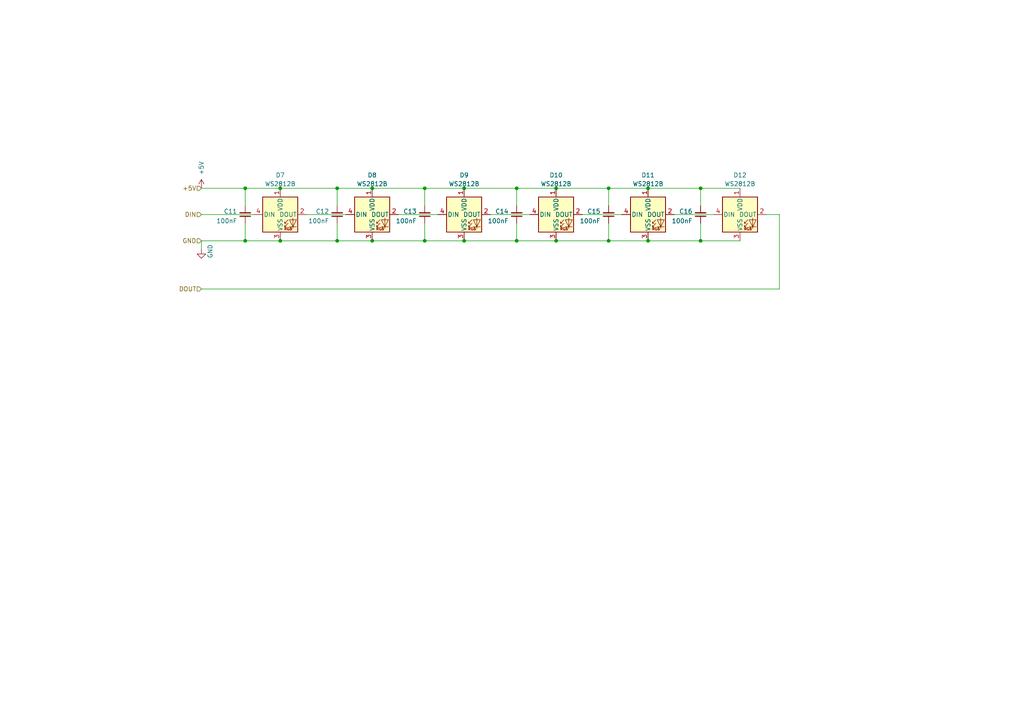
<source format=kicad_sch>
(kicad_sch (version 20230121) (generator eeschema)
  (paper "A4")
  (lib_symbols
    (symbol "Device:C_Small" (pin_numbers hide) (pin_names (offset 0.254) hide)
      (property "Reference" "C" (at 0.254 1.778 0))
      (property "Value" "C_Small" (at 0.254 -2.032 0))
      (symbol "C_Small_0_1"
        (polyline (pts (xy -1.524 -0.508) (xy 1.524 -0.508)) (stroke (width 0.3302)))
        (polyline (pts (xy -1.524 0.508) (xy 1.524 0.508)) (stroke (width 0.3048)))
      )
      (symbol "C_Small_1_1"
        (pin passive line (at 0 2.54 270) (length 2.032) (name "~") (number "1"))
        (pin passive line (at 0 -2.54 90) (length 2.032) (name "~") (number "2"))
      )
    )
    (symbol "LED:WS2812B" (pin_names (offset 0.254))
      (property "Reference" "D" (at 5.08 5.715 0))
      (property "Value" "WS2812B" (at 1.27 -5.715 0))
      (symbol "WS2812B_0_0"
        (text "RGB" (at 2.286 -4.191 0) (effects (font (size 0.762 0.762))))
      )
      (symbol "WS2812B_0_1"
        (polyline (pts (xy 1.27 -3.556) (xy 1.778 -3.556)))
        (polyline (pts (xy 1.27 -2.54) (xy 1.778 -2.54)))
        (polyline (pts (xy 4.699 -3.556) (xy 2.667 -3.556)))
        (polyline (pts (xy 2.286 -2.54) (xy 1.27 -3.556) (xy 1.27 -3.048)))
        (polyline (pts (xy 2.286 -1.524) (xy 1.27 -2.54) (xy 1.27 -2.032)))
        (polyline (pts (xy 3.683 -1.016) (xy 3.683 -3.556) (xy 3.683 -4.064)))
        (polyline (pts (xy 4.699 -1.524) (xy 2.667 -1.524) (xy 3.683 -3.556) (xy 4.699 -1.524)))
        (rectangle (start 5.08 5.08) (end -5.08 -5.08) (stroke (width 0.254)) (fill (type background)))
      )
      (symbol "WS2812B_1_1"
        (pin power_in line (at 0 7.62 270) (length 2.54) (name "VDD") (number "1"))
        (pin output line (at 7.62 0 180) (length 2.54) (name "DOUT") (number "2"))
        (pin power_in line (at 0 -7.62 90) (length 2.54) (name "VSS") (number "3"))
        (pin input line (at -7.62 0 0) (length 2.54) (name "DIN") (number "4"))
      )
    )
    (symbol "power:+5V" (power) (pin_names (offset 0))
      (property "Value" "+5V" (at 0 3.556 0))
      (symbol "+5V_0_1"
        (polyline (pts (xy -0.762 1.27) (xy 0 2.54)))
        (polyline (pts (xy 0 0) (xy 0 2.54)))
        (polyline (pts (xy 0 2.54) (xy 0.762 1.27)))
      )
      (symbol "+5V_1_1"
        (pin power_in line (at 0 0 90) (length 0) hide (name "+5V") (number "1"))
      )
    )
    (symbol "power:GND" (power) (pin_names (offset 0))
      (property "Value" "GND" (at 0 -3.81 0))
      (symbol "GND_0_1"
        (polyline (pts (xy 0 0) (xy 0 -1.27) (xy 1.27 -1.27) (xy 0 -2.54) (xy -1.27 -1.27) (xy 0 -1.27)))
      )
      (symbol "GND_1_1"
        (pin power_in line (at 0 0 270) (length 0) hide (name "GND") (number "1"))
      )
    )
  )
  (junction (at 161.29 54.61))
  (junction (at 176.53 54.61))
  (junction (at 187.96 54.61))
  (junction (at 107.95 54.61))
  (junction (at 71.12 69.85))
  (junction (at 123.19 69.85))
  (junction (at 149.86 54.61))
  (junction (at 176.53 69.85))
  (junction (at 134.62 69.85))
  (junction (at 81.28 54.61))
  (junction (at 97.79 54.61))
  (junction (at 187.96 69.85))
  (junction (at 203.2 69.85))
  (junction (at 149.86 69.85))
  (junction (at 81.28 69.85))
  (junction (at 107.95 69.85))
  (junction (at 161.29 69.85))
  (junction (at 123.19 54.61))
  (junction (at 203.2 54.61))
  (junction (at 97.79 69.85))
  (junction (at 134.62 54.61))
  (junction (at 71.12 54.61))
  (wire (pts (xy 71.12 59.69) (xy 71.12 54.61)))
  (wire (pts (xy 123.19 59.69) (xy 123.19 54.61)))
  (wire (pts (xy 203.2 64.77) (xy 203.2 69.85)))
  (wire (pts (xy 71.12 64.77) (xy 71.12 69.85)))
  (wire (pts (xy 58.42 69.85) (xy 71.12 69.85)))
  (wire (pts (xy 123.19 64.77) (xy 123.19 69.85)))
  (wire (pts (xy 195.58 62.23) (xy 207.01 62.23)))
  (wire (pts (xy 88.9 62.23) (xy 100.33 62.23)))
  (wire (pts (xy 161.29 69.85) (xy 176.53 69.85)))
  (wire (pts (xy 203.2 54.61) (xy 214.63 54.61)))
  (wire (pts (xy 149.86 64.77) (xy 149.86 69.85)))
  (wire (pts (xy 107.95 69.85) (xy 123.19 69.85)))
  (wire (pts (xy 58.42 62.23) (xy 73.66 62.23)))
  (wire (pts (xy 134.62 54.61) (xy 149.86 54.61)))
  (wire (pts (xy 176.53 54.61) (xy 187.96 54.61)))
  (wire (pts (xy 187.96 54.61) (xy 203.2 54.61)))
  (wire (pts (xy 58.42 72.39) (xy 58.42 69.85)))
  (wire (pts (xy 176.53 59.69) (xy 176.53 54.61)))
  (wire (pts (xy 149.86 54.61) (xy 161.29 54.61)))
  (wire (pts (xy 97.79 69.85) (xy 107.95 69.85)))
  (wire (pts (xy 71.12 69.85) (xy 81.28 69.85)))
  (wire (pts (xy 97.79 69.85) (xy 81.28 69.85)))
  (wire (pts (xy 161.29 54.61) (xy 176.53 54.61)))
  (wire (pts (xy 123.19 69.85) (xy 134.62 69.85)))
  (wire (pts (xy 226.06 62.23) (xy 222.25 62.23)))
  (wire (pts (xy 168.91 62.23) (xy 180.34 62.23)))
  (wire (pts (xy 97.79 64.77) (xy 97.79 69.85)))
  (wire (pts (xy 142.24 62.23) (xy 153.67 62.23)))
  (wire (pts (xy 149.86 59.69) (xy 149.86 54.61)))
  (wire (pts (xy 115.57 62.23) (xy 127 62.23)))
  (wire (pts (xy 97.79 59.69) (xy 97.79 54.61)))
  (wire (pts (xy 226.06 83.82) (xy 226.06 62.23)))
  (wire (pts (xy 187.96 69.85) (xy 203.2 69.85)))
  (wire (pts (xy 176.53 69.85) (xy 187.96 69.85)))
  (wire (pts (xy 107.95 54.61) (xy 123.19 54.61)))
  (wire (pts (xy 203.2 69.85) (xy 214.63 69.85)))
  (wire (pts (xy 203.2 59.69) (xy 203.2 54.61)))
  (wire (pts (xy 58.42 54.61) (xy 71.12 54.61)))
  (wire (pts (xy 149.86 69.85) (xy 161.29 69.85)))
  (wire (pts (xy 58.42 83.82) (xy 226.06 83.82)))
  (wire (pts (xy 71.12 54.61) (xy 81.28 54.61)))
  (wire (pts (xy 134.62 69.85) (xy 149.86 69.85)))
  (wire (pts (xy 97.79 54.61) (xy 107.95 54.61)))
  (wire (pts (xy 97.79 54.61) (xy 81.28 54.61)))
  (wire (pts (xy 123.19 54.61) (xy 134.62 54.61)))
  (wire (pts (xy 176.53 64.77) (xy 176.53 69.85)))
  (hierarchical_label "DIN" (shape input) (at 58.42 62.23 180))
  (hierarchical_label "DOUT" (shape input) (at 58.42 83.82 180))
  (hierarchical_label "GND" (shape input) (at 58.42 69.85 180))
  (hierarchical_label "+5V" (shape input) (at 58.42 54.61 180))
  (symbol (lib_id "Device:C_Small") (at 97.79 62.23 0) (mirror x) (unit 1)
    (property "Reference" "C12" (at 95.4659 61.3151 0) (effects (justify right)))
    (property "Value" "100nF" (at 95.4659 64.0902 0) (effects (justify right)))
    (property "Footprint" "Capacitor_SMD:C_0603_1608Metric" (effects hide))
    (property "LCSC" "C14663" (effects hide))
    (instances (project "dfh_badge" (path "" (reference "C12") (unit 1)) (path "" (reference "C18") (unit 1)) (path "" (reference "C24") (unit 1)) (path "" (reference "C30") (unit 1)) (path "" (reference "C36") (unit 1))) (project "Daylight - Disco - XS" (path "" (reference "C1") (unit 1))))
  )
  (symbol (lib_id "LED:WS2812B") (at 187.96 62.23 0) (unit 1)
    (property "Reference" "D11" (at 187.96 50.8 0))
    (property "Value" "WS2812B" (at 187.96 53.34 0))
    (property "Footprint" "LED_SMD:LED_WS2812B_PLCC4_5.0x5.0mm_P3.2mm" (effects hide))
    (property "Datasheet" "https://cdn-shop.adafruit.com/datasheets/WS2812B.pdf" (effects hide))
    (instances (project "dfh_badge" (path "" (reference "D11") (unit 1)) (path "" (reference "D17") (unit 1)) (path "" (reference "D23") (unit 1)) (path "" (reference "D29") (unit 1)) (path "" (reference "D34") (unit 1))) (project "Daylight - Disco - XS" (path "" (reference "D5") (unit 1))))
  )
  (symbol (lib_id "Device:C_Small") (at 203.2 62.23 0) (mirror x) (unit 1)
    (property "Reference" "C16" (at 200.8759 61.3151 0) (effects (justify right)))
    (property "Value" "100nF" (at 200.8759 64.0902 0) (effects (justify right)))
    (property "Footprint" "Capacitor_SMD:C_0603_1608Metric" (effects hide))
    (property "LCSC" "C14663" (effects hide))
    (instances (project "dfh_badge" (path "" (reference "C16") (unit 1)) (path "" (reference "C22") (unit 1)) (path "" (reference "C28") (unit 1)) (path "" (reference "C34") (unit 1)) (path "" (reference "C40") (unit 1))) (project "Daylight - Disco - XS" (path "" (reference "C5") (unit 1))))
  )
  (symbol (lib_id "LED:WS2812B") (at 107.95 62.23 0) (unit 1)
    (property "Reference" "D8" (at 107.95 50.8 0))
    (property "Value" "WS2812B" (at 107.95 53.34 0))
    (property "Footprint" "LED_SMD:LED_WS2812B_PLCC4_5.0x5.0mm_P3.2mm" (effects hide))
    (property "Datasheet" "https://cdn-shop.adafruit.com/datasheets/WS2812B.pdf" (effects hide))
    (instances (project "dfh_badge" (path "" (reference "D8") (unit 1)) (path "" (reference "D14") (unit 1)) (path "" (reference "D20") (unit 1)) (path "" (reference "D26") (unit 1)) (path "" (reference "D31") (unit 1))) (project "Daylight - Disco - XS" (path "" (reference "D2") (unit 1))))
  )
  (symbol (lib_id "LED:WS2812B") (at 214.63 62.23 0) (unit 1)
    (property "Reference" "D12" (at 214.63 50.8 0))
    (property "Value" "WS2812B" (at 214.63 53.34 0))
    (property "Footprint" "LED_SMD:LED_WS2812B_PLCC4_5.0x5.0mm_P3.2mm" (effects hide))
    (property "Datasheet" "https://cdn-shop.adafruit.com/datasheets/WS2812B.pdf" (effects hide))
    (instances (project "dfh_badge" (path "" (reference "D12") (unit 1)) (path "" (reference "D18") (unit 1)) (path "" (reference "D24") (unit 1)) (path "" (reference "D30") (unit 1)) (path "" (reference "D35") (unit 1))) (project "Daylight - Disco - XS" (path "" (reference "D6") (unit 1))))
  )
  (symbol (lib_id "Device:C_Small") (at 176.53 62.23 0) (mirror x) (unit 1)
    (property "Reference" "C15" (at 174.2059 61.3151 0) (effects (justify right)))
    (property "Value" "100nF" (at 174.2059 64.0902 0) (effects (justify right)))
    (property "Footprint" "Capacitor_SMD:C_0603_1608Metric" (effects hide))
    (property "LCSC" "C14663" (effects hide))
    (instances (project "dfh_badge" (path "" (reference "C15") (unit 1)) (path "" (reference "C21") (unit 1)) (path "" (reference "C27") (unit 1)) (path "" (reference "C33") (unit 1)) (path "" (reference "C39") (unit 1))) (project "Daylight - Disco - XS" (path "" (reference "C4") (unit 1))))
  )
  (symbol (lib_id "LED:WS2812B") (at 161.29 62.23 0) (unit 1)
    (property "Reference" "D10" (at 161.29 50.8 0))
    (property "Value" "WS2812B" (at 161.29 53.34 0))
    (property "Footprint" "LED_SMD:LED_WS2812B_PLCC4_5.0x5.0mm_P3.2mm" (effects hide))
    (property "Datasheet" "https://cdn-shop.adafruit.com/datasheets/WS2812B.pdf" (effects hide))
    (instances (project "dfh_badge" (path "" (reference "D10") (unit 1)) (path "" (reference "D16") (unit 1)) (path "" (reference "D22") (unit 1)) (path "" (reference "D28") (unit 1)) (path "" (reference "D33") (unit 1))) (project "Daylight - Disco - XS" (path "" (reference "D4") (unit 1))))
  )
  (symbol (lib_id "LED:WS2812B") (at 81.28 62.23 0) (unit 1)
    (property "Reference" "D7" (at 81.28 50.8 0))
    (property "Value" "WS2812B" (at 81.28 53.34 0))
    (property "Footprint" "LED_SMD:LED_WS2812B_PLCC4_5.0x5.0mm_P3.2mm" (effects hide))
    (property "Datasheet" "https://cdn-shop.adafruit.com/datasheets/WS2812B.pdf" (effects hide))
    (instances (project "dfh_badge" (path "" (reference "D7") (unit 1)) (path "" (reference "D13") (unit 1)) (path "" (reference "D19") (unit 1)) (path "" (reference "D25") (unit 1)) (path "" (reference "D12") (unit 1))) (project "Daylight - Disco - XS" (path "" (reference "D1") (unit 1))))
  )
  (symbol (lib_id "Device:C_Small") (at 71.12 62.23 0) (mirror x) (unit 1)
    (property "Reference" "C11" (at 68.7959 61.3151 0) (effects (justify right)))
    (property "Value" "100nF" (at 68.7959 64.0902 0) (effects (justify right)))
    (property "Footprint" "Capacitor_SMD:C_0603_1608Metric" (effects hide))
    (property "LCSC" "C14663" (effects hide))
    (instances (project "dfh_badge" (path "" (reference "C11") (unit 1)) (path "" (reference "C17") (unit 1)) (path "" (reference "C23") (unit 1)) (path "" (reference "C29") (unit 1)) (path "" (reference "C35") (unit 1))) (project "Daylight - Disco - XS" (path "" (reference "C1") (unit 1))))
  )
  (symbol (lib_id "power:GND") (at 58.42 72.39 0) (unit 1)
    (property "Reference" "#PWR039" (effects hide))
    (property "Value" "GND" (at 60.96 74.93 90) (effects (justify left)))
    (instances (project "dfh_badge" (path "" (reference "#PWR039") (unit 1)) (path "" (reference "#PWR041") (unit 1)) (path "" (reference "#PWR043") (unit 1)) (path "" (reference "#PWR045") (unit 1)) (path "" (reference "#PWR023") (unit 1))) (project "Daylight - Disco - XS" (path "" (reference "#PWR02") (unit 1))))
  )
  (symbol (lib_id "Device:C_Small") (at 123.19 62.23 0) (mirror x) (unit 1)
    (property "Reference" "C13" (at 120.8659 61.3151 0) (effects (justify right)))
    (property "Value" "100nF" (at 120.8659 64.0902 0) (effects (justify right)))
    (property "Footprint" "Capacitor_SMD:C_0603_1608Metric" (effects hide))
    (property "LCSC" "C14663" (effects hide))
    (instances (project "dfh_badge" (path "" (reference "C13") (unit 1)) (path "" (reference "C19") (unit 1)) (path "" (reference "C25") (unit 1)) (path "" (reference "C31") (unit 1)) (path "" (reference "C37") (unit 1))) (project "Daylight - Disco - XS" (path "" (reference "C2") (unit 1))))
  )
  (symbol (lib_id "power:+5V") (at 58.42 54.61 0) (unit 1)
    (property "Reference" "#PWR038" (effects hide))
    (property "Value" "+5V" (at 58.42 50.8 90) (effects (justify left)))
    (instances (project "dfh_badge" (path "" (reference "#PWR038") (unit 1)) (path "" (reference "#PWR040") (unit 1)) (path "" (reference "#PWR042") (unit 1)) (path "" (reference "#PWR044") (unit 1)) (path "" (reference "#PWR022") (unit 1))) (project "Daylight - Disco - XS" (path "" (reference "#PWR01") (unit 1))))
  )
  (symbol (lib_id "Device:C_Small") (at 149.86 62.23 0) (mirror x) (unit 1)
    (property "Reference" "C14" (at 147.5359 61.3151 0) (effects (justify right)))
    (property "Value" "100nF" (at 147.5359 64.0902 0) (effects (justify right)))
    (property "Footprint" "Capacitor_SMD:C_0603_1608Metric" (effects hide))
    (property "LCSC" "C14663" (effects hide))
    (instances (project "dfh_badge" (path "" (reference "C14") (unit 1)) (path "" (reference "C20") (unit 1)) (path "" (reference "C26") (unit 1)) (path "" (reference "C32") (unit 1)) (path "" (reference "C38") (unit 1))) (project "Daylight - Disco - XS" (path "" (reference "C3") (unit 1))))
  )
  (symbol (lib_id "LED:WS2812B") (at 134.62 62.23 0) (unit 1)
    (property "Reference" "D9" (at 134.62 50.8 0))
    (property "Value" "WS2812B" (at 134.62 53.34 0))
    (property "Footprint" "LED_SMD:LED_WS2812B_PLCC4_5.0x5.0mm_P3.2mm" (effects hide))
    (property "Datasheet" "https://cdn-shop.adafruit.com/datasheets/WS2812B.pdf" (effects hide))
    (instances (project "dfh_badge" (path "" (reference "D9") (unit 1)) (path "" (reference "D15") (unit 1)) (path "" (reference "D21") (unit 1)) (path "" (reference "D27") (unit 1)) (path "" (reference "D32") (unit 1))) (project "Daylight - Disco - XS" (path "" (reference "D3") (unit 1))))
  )
)
</source>
